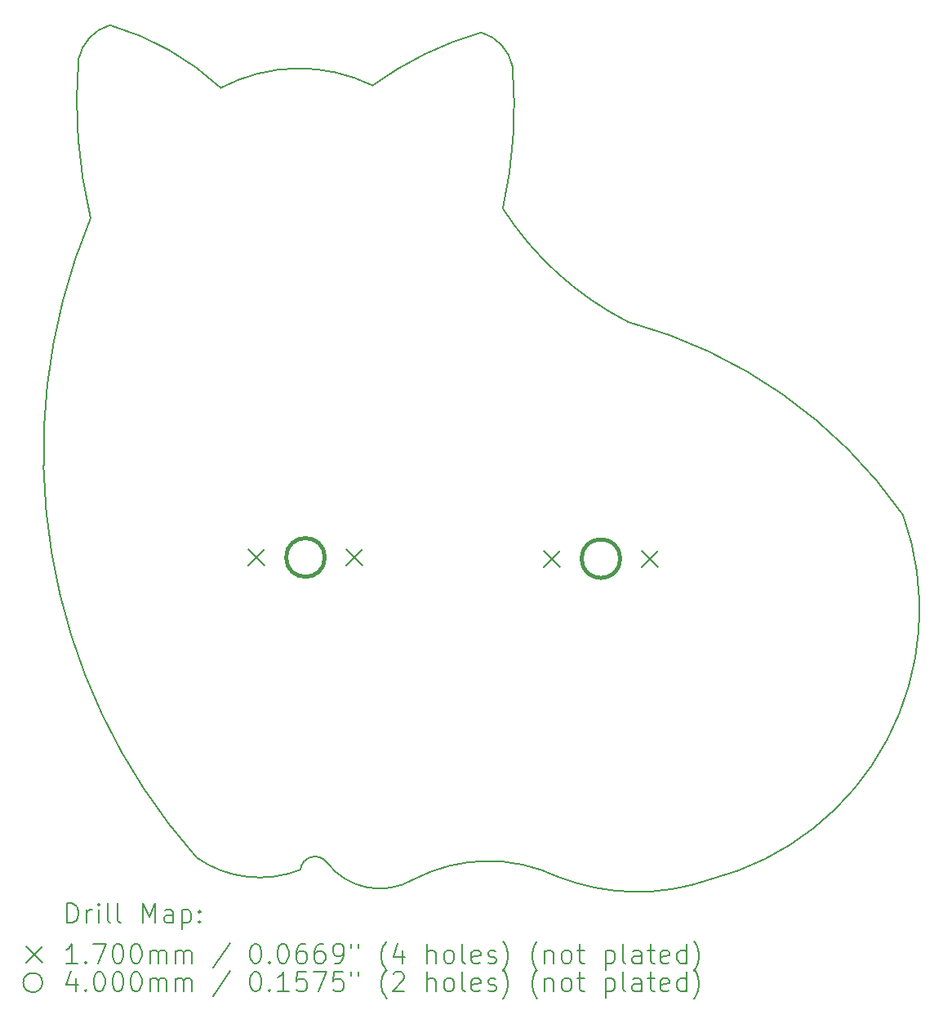
<source format=gbr>
%TF.GenerationSoftware,KiCad,Pcbnew,(6.0.9)*%
%TF.CreationDate,2022-12-22T23:35:37-05:00*%
%TF.ProjectId,Multipurpose_4Layer_Project,4d756c74-6970-4757-9270-6f73655f344c,rev?*%
%TF.SameCoordinates,Original*%
%TF.FileFunction,Drillmap*%
%TF.FilePolarity,Positive*%
%FSLAX45Y45*%
G04 Gerber Fmt 4.5, Leading zero omitted, Abs format (unit mm)*
G04 Created by KiCad (PCBNEW (6.0.9)) date 2022-12-22 23:35:37*
%MOMM*%
%LPD*%
G01*
G04 APERTURE LIST*
%ADD10C,0.200000*%
%ADD11C,0.170000*%
%ADD12C,0.400000*%
G04 APERTURE END LIST*
D10*
X13207998Y-13708002D02*
G75*
G03*
X14108000Y-13883000I548982J421552D01*
G01*
X19183000Y-10108000D02*
G75*
G03*
X16333000Y-8108000I-4178025J-2923060D01*
G01*
X10632999Y-5383000D02*
G75*
G03*
X10758000Y-7033000I5169021J-438140D01*
G01*
X15608001Y-13857998D02*
G75*
G03*
X14108000Y-13883000I-725101J-1506372D01*
G01*
X14808000Y-5107999D02*
G75*
G03*
X13683000Y-5658000I1008190J-3487771D01*
G01*
X13683000Y-5658000D02*
G75*
G03*
X12108000Y-5683000I-762996J-1556245D01*
G01*
X15033000Y-6933000D02*
G75*
G03*
X15133000Y-5458000I-4756430J1063360D01*
G01*
X12107999Y-5683001D02*
G75*
G03*
X10958000Y-5033000I-1944139J-2097319D01*
G01*
X10958000Y-5033001D02*
G75*
G03*
X10633000Y-5383000I129690J-446320D01*
G01*
X15033001Y-6932999D02*
G75*
G03*
X16333000Y-8108000I2823789J1817539D01*
G01*
X13208004Y-13707997D02*
G75*
G03*
X12933000Y-13783000I-122804J-91393D01*
G01*
X15608001Y-13857997D02*
G75*
G03*
X17183000Y-13883000I821249J2113508D01*
G01*
X15133000Y-5458000D02*
G75*
G03*
X14808000Y-5108000I-454691J-96320D01*
G01*
X11858000Y-13657999D02*
G75*
G03*
X12933000Y-13783000I653680J936639D01*
G01*
X10758000Y-7033000D02*
G75*
G03*
X11858000Y-13658000I5826599J-2436385D01*
G01*
X17183000Y-13883000D02*
G75*
G03*
X19183000Y-10108000I-716536J2796923D01*
G01*
D11*
X12393000Y-10463000D02*
X12563000Y-10633000D01*
X12563000Y-10463000D02*
X12393000Y-10633000D01*
X13409000Y-10463000D02*
X13579000Y-10633000D01*
X13579000Y-10463000D02*
X13409000Y-10633000D01*
X15457000Y-10475000D02*
X15627000Y-10645000D01*
X15627000Y-10475000D02*
X15457000Y-10645000D01*
X16473000Y-10475000D02*
X16643000Y-10645000D01*
X16643000Y-10475000D02*
X16473000Y-10645000D01*
D12*
X13186000Y-10548000D02*
G75*
G03*
X13186000Y-10548000I-200000J0D01*
G01*
X16250000Y-10560000D02*
G75*
G03*
X16250000Y-10560000I-200000J0D01*
G01*
D10*
X10516742Y-14332424D02*
X10516742Y-14132424D01*
X10564361Y-14132424D01*
X10592933Y-14141948D01*
X10611980Y-14160995D01*
X10621504Y-14180043D01*
X10631028Y-14218138D01*
X10631028Y-14246709D01*
X10621504Y-14284805D01*
X10611980Y-14303852D01*
X10592933Y-14322900D01*
X10564361Y-14332424D01*
X10516742Y-14332424D01*
X10716742Y-14332424D02*
X10716742Y-14199090D01*
X10716742Y-14237186D02*
X10726266Y-14218138D01*
X10735790Y-14208614D01*
X10754838Y-14199090D01*
X10773885Y-14199090D01*
X10840552Y-14332424D02*
X10840552Y-14199090D01*
X10840552Y-14132424D02*
X10831028Y-14141948D01*
X10840552Y-14151471D01*
X10850076Y-14141948D01*
X10840552Y-14132424D01*
X10840552Y-14151471D01*
X10964361Y-14332424D02*
X10945314Y-14322900D01*
X10935790Y-14303852D01*
X10935790Y-14132424D01*
X11069123Y-14332424D02*
X11050076Y-14322900D01*
X11040552Y-14303852D01*
X11040552Y-14132424D01*
X11297695Y-14332424D02*
X11297695Y-14132424D01*
X11364361Y-14275281D01*
X11431028Y-14132424D01*
X11431028Y-14332424D01*
X11611980Y-14332424D02*
X11611980Y-14227662D01*
X11602457Y-14208614D01*
X11583409Y-14199090D01*
X11545314Y-14199090D01*
X11526266Y-14208614D01*
X11611980Y-14322900D02*
X11592933Y-14332424D01*
X11545314Y-14332424D01*
X11526266Y-14322900D01*
X11516742Y-14303852D01*
X11516742Y-14284805D01*
X11526266Y-14265757D01*
X11545314Y-14256233D01*
X11592933Y-14256233D01*
X11611980Y-14246709D01*
X11707218Y-14199090D02*
X11707218Y-14399090D01*
X11707218Y-14208614D02*
X11726266Y-14199090D01*
X11764361Y-14199090D01*
X11783409Y-14208614D01*
X11792933Y-14218138D01*
X11802457Y-14237186D01*
X11802457Y-14294328D01*
X11792933Y-14313376D01*
X11783409Y-14322900D01*
X11764361Y-14332424D01*
X11726266Y-14332424D01*
X11707218Y-14322900D01*
X11888171Y-14313376D02*
X11897695Y-14322900D01*
X11888171Y-14332424D01*
X11878647Y-14322900D01*
X11888171Y-14313376D01*
X11888171Y-14332424D01*
X11888171Y-14208614D02*
X11897695Y-14218138D01*
X11888171Y-14227662D01*
X11878647Y-14218138D01*
X11888171Y-14208614D01*
X11888171Y-14227662D01*
D11*
X10089123Y-14576948D02*
X10259123Y-14746948D01*
X10259123Y-14576948D02*
X10089123Y-14746948D01*
D10*
X10621504Y-14752424D02*
X10507219Y-14752424D01*
X10564361Y-14752424D02*
X10564361Y-14552424D01*
X10545314Y-14580995D01*
X10526266Y-14600043D01*
X10507219Y-14609567D01*
X10707219Y-14733376D02*
X10716742Y-14742900D01*
X10707219Y-14752424D01*
X10697695Y-14742900D01*
X10707219Y-14733376D01*
X10707219Y-14752424D01*
X10783409Y-14552424D02*
X10916742Y-14552424D01*
X10831028Y-14752424D01*
X11031028Y-14552424D02*
X11050076Y-14552424D01*
X11069123Y-14561948D01*
X11078647Y-14571471D01*
X11088171Y-14590519D01*
X11097695Y-14628614D01*
X11097695Y-14676233D01*
X11088171Y-14714328D01*
X11078647Y-14733376D01*
X11069123Y-14742900D01*
X11050076Y-14752424D01*
X11031028Y-14752424D01*
X11011980Y-14742900D01*
X11002457Y-14733376D01*
X10992933Y-14714328D01*
X10983409Y-14676233D01*
X10983409Y-14628614D01*
X10992933Y-14590519D01*
X11002457Y-14571471D01*
X11011980Y-14561948D01*
X11031028Y-14552424D01*
X11221504Y-14552424D02*
X11240552Y-14552424D01*
X11259599Y-14561948D01*
X11269123Y-14571471D01*
X11278647Y-14590519D01*
X11288171Y-14628614D01*
X11288171Y-14676233D01*
X11278647Y-14714328D01*
X11269123Y-14733376D01*
X11259599Y-14742900D01*
X11240552Y-14752424D01*
X11221504Y-14752424D01*
X11202457Y-14742900D01*
X11192933Y-14733376D01*
X11183409Y-14714328D01*
X11173885Y-14676233D01*
X11173885Y-14628614D01*
X11183409Y-14590519D01*
X11192933Y-14571471D01*
X11202457Y-14561948D01*
X11221504Y-14552424D01*
X11373885Y-14752424D02*
X11373885Y-14619090D01*
X11373885Y-14638138D02*
X11383409Y-14628614D01*
X11402457Y-14619090D01*
X11431028Y-14619090D01*
X11450076Y-14628614D01*
X11459599Y-14647662D01*
X11459599Y-14752424D01*
X11459599Y-14647662D02*
X11469123Y-14628614D01*
X11488171Y-14619090D01*
X11516742Y-14619090D01*
X11535790Y-14628614D01*
X11545314Y-14647662D01*
X11545314Y-14752424D01*
X11640552Y-14752424D02*
X11640552Y-14619090D01*
X11640552Y-14638138D02*
X11650076Y-14628614D01*
X11669123Y-14619090D01*
X11697695Y-14619090D01*
X11716742Y-14628614D01*
X11726266Y-14647662D01*
X11726266Y-14752424D01*
X11726266Y-14647662D02*
X11735790Y-14628614D01*
X11754837Y-14619090D01*
X11783409Y-14619090D01*
X11802457Y-14628614D01*
X11811980Y-14647662D01*
X11811980Y-14752424D01*
X12202457Y-14542900D02*
X12031028Y-14800043D01*
X12459599Y-14552424D02*
X12478647Y-14552424D01*
X12497695Y-14561948D01*
X12507218Y-14571471D01*
X12516742Y-14590519D01*
X12526266Y-14628614D01*
X12526266Y-14676233D01*
X12516742Y-14714328D01*
X12507218Y-14733376D01*
X12497695Y-14742900D01*
X12478647Y-14752424D01*
X12459599Y-14752424D01*
X12440552Y-14742900D01*
X12431028Y-14733376D01*
X12421504Y-14714328D01*
X12411980Y-14676233D01*
X12411980Y-14628614D01*
X12421504Y-14590519D01*
X12431028Y-14571471D01*
X12440552Y-14561948D01*
X12459599Y-14552424D01*
X12611980Y-14733376D02*
X12621504Y-14742900D01*
X12611980Y-14752424D01*
X12602457Y-14742900D01*
X12611980Y-14733376D01*
X12611980Y-14752424D01*
X12745314Y-14552424D02*
X12764361Y-14552424D01*
X12783409Y-14561948D01*
X12792933Y-14571471D01*
X12802457Y-14590519D01*
X12811980Y-14628614D01*
X12811980Y-14676233D01*
X12802457Y-14714328D01*
X12792933Y-14733376D01*
X12783409Y-14742900D01*
X12764361Y-14752424D01*
X12745314Y-14752424D01*
X12726266Y-14742900D01*
X12716742Y-14733376D01*
X12707218Y-14714328D01*
X12697695Y-14676233D01*
X12697695Y-14628614D01*
X12707218Y-14590519D01*
X12716742Y-14571471D01*
X12726266Y-14561948D01*
X12745314Y-14552424D01*
X12983409Y-14552424D02*
X12945314Y-14552424D01*
X12926266Y-14561948D01*
X12916742Y-14571471D01*
X12897695Y-14600043D01*
X12888171Y-14638138D01*
X12888171Y-14714328D01*
X12897695Y-14733376D01*
X12907218Y-14742900D01*
X12926266Y-14752424D01*
X12964361Y-14752424D01*
X12983409Y-14742900D01*
X12992933Y-14733376D01*
X13002457Y-14714328D01*
X13002457Y-14666709D01*
X12992933Y-14647662D01*
X12983409Y-14638138D01*
X12964361Y-14628614D01*
X12926266Y-14628614D01*
X12907218Y-14638138D01*
X12897695Y-14647662D01*
X12888171Y-14666709D01*
X13173885Y-14552424D02*
X13135790Y-14552424D01*
X13116742Y-14561948D01*
X13107218Y-14571471D01*
X13088171Y-14600043D01*
X13078647Y-14638138D01*
X13078647Y-14714328D01*
X13088171Y-14733376D01*
X13097695Y-14742900D01*
X13116742Y-14752424D01*
X13154837Y-14752424D01*
X13173885Y-14742900D01*
X13183409Y-14733376D01*
X13192933Y-14714328D01*
X13192933Y-14666709D01*
X13183409Y-14647662D01*
X13173885Y-14638138D01*
X13154837Y-14628614D01*
X13116742Y-14628614D01*
X13097695Y-14638138D01*
X13088171Y-14647662D01*
X13078647Y-14666709D01*
X13288171Y-14752424D02*
X13326266Y-14752424D01*
X13345314Y-14742900D01*
X13354837Y-14733376D01*
X13373885Y-14704805D01*
X13383409Y-14666709D01*
X13383409Y-14590519D01*
X13373885Y-14571471D01*
X13364361Y-14561948D01*
X13345314Y-14552424D01*
X13307218Y-14552424D01*
X13288171Y-14561948D01*
X13278647Y-14571471D01*
X13269123Y-14590519D01*
X13269123Y-14638138D01*
X13278647Y-14657186D01*
X13288171Y-14666709D01*
X13307218Y-14676233D01*
X13345314Y-14676233D01*
X13364361Y-14666709D01*
X13373885Y-14657186D01*
X13383409Y-14638138D01*
X13459599Y-14552424D02*
X13459599Y-14590519D01*
X13535790Y-14552424D02*
X13535790Y-14590519D01*
X13831028Y-14828614D02*
X13821504Y-14819090D01*
X13802457Y-14790519D01*
X13792933Y-14771471D01*
X13783409Y-14742900D01*
X13773885Y-14695281D01*
X13773885Y-14657186D01*
X13783409Y-14609567D01*
X13792933Y-14580995D01*
X13802457Y-14561948D01*
X13821504Y-14533376D01*
X13831028Y-14523852D01*
X13992933Y-14619090D02*
X13992933Y-14752424D01*
X13945314Y-14542900D02*
X13897695Y-14685757D01*
X14021504Y-14685757D01*
X14250076Y-14752424D02*
X14250076Y-14552424D01*
X14335790Y-14752424D02*
X14335790Y-14647662D01*
X14326266Y-14628614D01*
X14307218Y-14619090D01*
X14278647Y-14619090D01*
X14259599Y-14628614D01*
X14250076Y-14638138D01*
X14459599Y-14752424D02*
X14440552Y-14742900D01*
X14431028Y-14733376D01*
X14421504Y-14714328D01*
X14421504Y-14657186D01*
X14431028Y-14638138D01*
X14440552Y-14628614D01*
X14459599Y-14619090D01*
X14488171Y-14619090D01*
X14507218Y-14628614D01*
X14516742Y-14638138D01*
X14526266Y-14657186D01*
X14526266Y-14714328D01*
X14516742Y-14733376D01*
X14507218Y-14742900D01*
X14488171Y-14752424D01*
X14459599Y-14752424D01*
X14640552Y-14752424D02*
X14621504Y-14742900D01*
X14611980Y-14723852D01*
X14611980Y-14552424D01*
X14792933Y-14742900D02*
X14773885Y-14752424D01*
X14735790Y-14752424D01*
X14716742Y-14742900D01*
X14707218Y-14723852D01*
X14707218Y-14647662D01*
X14716742Y-14628614D01*
X14735790Y-14619090D01*
X14773885Y-14619090D01*
X14792933Y-14628614D01*
X14802457Y-14647662D01*
X14802457Y-14666709D01*
X14707218Y-14685757D01*
X14878647Y-14742900D02*
X14897695Y-14752424D01*
X14935790Y-14752424D01*
X14954837Y-14742900D01*
X14964361Y-14723852D01*
X14964361Y-14714328D01*
X14954837Y-14695281D01*
X14935790Y-14685757D01*
X14907218Y-14685757D01*
X14888171Y-14676233D01*
X14878647Y-14657186D01*
X14878647Y-14647662D01*
X14888171Y-14628614D01*
X14907218Y-14619090D01*
X14935790Y-14619090D01*
X14954837Y-14628614D01*
X15031028Y-14828614D02*
X15040552Y-14819090D01*
X15059599Y-14790519D01*
X15069123Y-14771471D01*
X15078647Y-14742900D01*
X15088171Y-14695281D01*
X15088171Y-14657186D01*
X15078647Y-14609567D01*
X15069123Y-14580995D01*
X15059599Y-14561948D01*
X15040552Y-14533376D01*
X15031028Y-14523852D01*
X15392933Y-14828614D02*
X15383409Y-14819090D01*
X15364361Y-14790519D01*
X15354837Y-14771471D01*
X15345314Y-14742900D01*
X15335790Y-14695281D01*
X15335790Y-14657186D01*
X15345314Y-14609567D01*
X15354837Y-14580995D01*
X15364361Y-14561948D01*
X15383409Y-14533376D01*
X15392933Y-14523852D01*
X15469123Y-14619090D02*
X15469123Y-14752424D01*
X15469123Y-14638138D02*
X15478647Y-14628614D01*
X15497695Y-14619090D01*
X15526266Y-14619090D01*
X15545314Y-14628614D01*
X15554837Y-14647662D01*
X15554837Y-14752424D01*
X15678647Y-14752424D02*
X15659599Y-14742900D01*
X15650076Y-14733376D01*
X15640552Y-14714328D01*
X15640552Y-14657186D01*
X15650076Y-14638138D01*
X15659599Y-14628614D01*
X15678647Y-14619090D01*
X15707218Y-14619090D01*
X15726266Y-14628614D01*
X15735790Y-14638138D01*
X15745314Y-14657186D01*
X15745314Y-14714328D01*
X15735790Y-14733376D01*
X15726266Y-14742900D01*
X15707218Y-14752424D01*
X15678647Y-14752424D01*
X15802457Y-14619090D02*
X15878647Y-14619090D01*
X15831028Y-14552424D02*
X15831028Y-14723852D01*
X15840552Y-14742900D01*
X15859599Y-14752424D01*
X15878647Y-14752424D01*
X16097695Y-14619090D02*
X16097695Y-14819090D01*
X16097695Y-14628614D02*
X16116742Y-14619090D01*
X16154837Y-14619090D01*
X16173885Y-14628614D01*
X16183409Y-14638138D01*
X16192933Y-14657186D01*
X16192933Y-14714328D01*
X16183409Y-14733376D01*
X16173885Y-14742900D01*
X16154837Y-14752424D01*
X16116742Y-14752424D01*
X16097695Y-14742900D01*
X16307218Y-14752424D02*
X16288171Y-14742900D01*
X16278647Y-14723852D01*
X16278647Y-14552424D01*
X16469123Y-14752424D02*
X16469123Y-14647662D01*
X16459599Y-14628614D01*
X16440552Y-14619090D01*
X16402457Y-14619090D01*
X16383409Y-14628614D01*
X16469123Y-14742900D02*
X16450076Y-14752424D01*
X16402457Y-14752424D01*
X16383409Y-14742900D01*
X16373885Y-14723852D01*
X16373885Y-14704805D01*
X16383409Y-14685757D01*
X16402457Y-14676233D01*
X16450076Y-14676233D01*
X16469123Y-14666709D01*
X16535790Y-14619090D02*
X16611980Y-14619090D01*
X16564361Y-14552424D02*
X16564361Y-14723852D01*
X16573885Y-14742900D01*
X16592933Y-14752424D01*
X16611980Y-14752424D01*
X16754837Y-14742900D02*
X16735790Y-14752424D01*
X16697695Y-14752424D01*
X16678647Y-14742900D01*
X16669123Y-14723852D01*
X16669123Y-14647662D01*
X16678647Y-14628614D01*
X16697695Y-14619090D01*
X16735790Y-14619090D01*
X16754837Y-14628614D01*
X16764361Y-14647662D01*
X16764361Y-14666709D01*
X16669123Y-14685757D01*
X16935790Y-14752424D02*
X16935790Y-14552424D01*
X16935790Y-14742900D02*
X16916742Y-14752424D01*
X16878647Y-14752424D01*
X16859599Y-14742900D01*
X16850076Y-14733376D01*
X16840552Y-14714328D01*
X16840552Y-14657186D01*
X16850076Y-14638138D01*
X16859599Y-14628614D01*
X16878647Y-14619090D01*
X16916742Y-14619090D01*
X16935790Y-14628614D01*
X17011980Y-14828614D02*
X17021504Y-14819090D01*
X17040552Y-14790519D01*
X17050076Y-14771471D01*
X17059599Y-14742900D01*
X17069123Y-14695281D01*
X17069123Y-14657186D01*
X17059599Y-14609567D01*
X17050076Y-14580995D01*
X17040552Y-14561948D01*
X17021504Y-14533376D01*
X17011980Y-14523852D01*
X10259123Y-14951948D02*
G75*
G03*
X10259123Y-14951948I-100000J0D01*
G01*
X10602457Y-14909090D02*
X10602457Y-15042424D01*
X10554838Y-14832900D02*
X10507219Y-14975757D01*
X10631028Y-14975757D01*
X10707219Y-15023376D02*
X10716742Y-15032900D01*
X10707219Y-15042424D01*
X10697695Y-15032900D01*
X10707219Y-15023376D01*
X10707219Y-15042424D01*
X10840552Y-14842424D02*
X10859599Y-14842424D01*
X10878647Y-14851948D01*
X10888171Y-14861471D01*
X10897695Y-14880519D01*
X10907219Y-14918614D01*
X10907219Y-14966233D01*
X10897695Y-15004328D01*
X10888171Y-15023376D01*
X10878647Y-15032900D01*
X10859599Y-15042424D01*
X10840552Y-15042424D01*
X10821504Y-15032900D01*
X10811980Y-15023376D01*
X10802457Y-15004328D01*
X10792933Y-14966233D01*
X10792933Y-14918614D01*
X10802457Y-14880519D01*
X10811980Y-14861471D01*
X10821504Y-14851948D01*
X10840552Y-14842424D01*
X11031028Y-14842424D02*
X11050076Y-14842424D01*
X11069123Y-14851948D01*
X11078647Y-14861471D01*
X11088171Y-14880519D01*
X11097695Y-14918614D01*
X11097695Y-14966233D01*
X11088171Y-15004328D01*
X11078647Y-15023376D01*
X11069123Y-15032900D01*
X11050076Y-15042424D01*
X11031028Y-15042424D01*
X11011980Y-15032900D01*
X11002457Y-15023376D01*
X10992933Y-15004328D01*
X10983409Y-14966233D01*
X10983409Y-14918614D01*
X10992933Y-14880519D01*
X11002457Y-14861471D01*
X11011980Y-14851948D01*
X11031028Y-14842424D01*
X11221504Y-14842424D02*
X11240552Y-14842424D01*
X11259599Y-14851948D01*
X11269123Y-14861471D01*
X11278647Y-14880519D01*
X11288171Y-14918614D01*
X11288171Y-14966233D01*
X11278647Y-15004328D01*
X11269123Y-15023376D01*
X11259599Y-15032900D01*
X11240552Y-15042424D01*
X11221504Y-15042424D01*
X11202457Y-15032900D01*
X11192933Y-15023376D01*
X11183409Y-15004328D01*
X11173885Y-14966233D01*
X11173885Y-14918614D01*
X11183409Y-14880519D01*
X11192933Y-14861471D01*
X11202457Y-14851948D01*
X11221504Y-14842424D01*
X11373885Y-15042424D02*
X11373885Y-14909090D01*
X11373885Y-14928138D02*
X11383409Y-14918614D01*
X11402457Y-14909090D01*
X11431028Y-14909090D01*
X11450076Y-14918614D01*
X11459599Y-14937662D01*
X11459599Y-15042424D01*
X11459599Y-14937662D02*
X11469123Y-14918614D01*
X11488171Y-14909090D01*
X11516742Y-14909090D01*
X11535790Y-14918614D01*
X11545314Y-14937662D01*
X11545314Y-15042424D01*
X11640552Y-15042424D02*
X11640552Y-14909090D01*
X11640552Y-14928138D02*
X11650076Y-14918614D01*
X11669123Y-14909090D01*
X11697695Y-14909090D01*
X11716742Y-14918614D01*
X11726266Y-14937662D01*
X11726266Y-15042424D01*
X11726266Y-14937662D02*
X11735790Y-14918614D01*
X11754837Y-14909090D01*
X11783409Y-14909090D01*
X11802457Y-14918614D01*
X11811980Y-14937662D01*
X11811980Y-15042424D01*
X12202457Y-14832900D02*
X12031028Y-15090043D01*
X12459599Y-14842424D02*
X12478647Y-14842424D01*
X12497695Y-14851948D01*
X12507218Y-14861471D01*
X12516742Y-14880519D01*
X12526266Y-14918614D01*
X12526266Y-14966233D01*
X12516742Y-15004328D01*
X12507218Y-15023376D01*
X12497695Y-15032900D01*
X12478647Y-15042424D01*
X12459599Y-15042424D01*
X12440552Y-15032900D01*
X12431028Y-15023376D01*
X12421504Y-15004328D01*
X12411980Y-14966233D01*
X12411980Y-14918614D01*
X12421504Y-14880519D01*
X12431028Y-14861471D01*
X12440552Y-14851948D01*
X12459599Y-14842424D01*
X12611980Y-15023376D02*
X12621504Y-15032900D01*
X12611980Y-15042424D01*
X12602457Y-15032900D01*
X12611980Y-15023376D01*
X12611980Y-15042424D01*
X12811980Y-15042424D02*
X12697695Y-15042424D01*
X12754837Y-15042424D02*
X12754837Y-14842424D01*
X12735790Y-14870995D01*
X12716742Y-14890043D01*
X12697695Y-14899567D01*
X12992933Y-14842424D02*
X12897695Y-14842424D01*
X12888171Y-14937662D01*
X12897695Y-14928138D01*
X12916742Y-14918614D01*
X12964361Y-14918614D01*
X12983409Y-14928138D01*
X12992933Y-14937662D01*
X13002457Y-14956709D01*
X13002457Y-15004328D01*
X12992933Y-15023376D01*
X12983409Y-15032900D01*
X12964361Y-15042424D01*
X12916742Y-15042424D01*
X12897695Y-15032900D01*
X12888171Y-15023376D01*
X13069123Y-14842424D02*
X13202457Y-14842424D01*
X13116742Y-15042424D01*
X13373885Y-14842424D02*
X13278647Y-14842424D01*
X13269123Y-14937662D01*
X13278647Y-14928138D01*
X13297695Y-14918614D01*
X13345314Y-14918614D01*
X13364361Y-14928138D01*
X13373885Y-14937662D01*
X13383409Y-14956709D01*
X13383409Y-15004328D01*
X13373885Y-15023376D01*
X13364361Y-15032900D01*
X13345314Y-15042424D01*
X13297695Y-15042424D01*
X13278647Y-15032900D01*
X13269123Y-15023376D01*
X13459599Y-14842424D02*
X13459599Y-14880519D01*
X13535790Y-14842424D02*
X13535790Y-14880519D01*
X13831028Y-15118614D02*
X13821504Y-15109090D01*
X13802457Y-15080519D01*
X13792933Y-15061471D01*
X13783409Y-15032900D01*
X13773885Y-14985281D01*
X13773885Y-14947186D01*
X13783409Y-14899567D01*
X13792933Y-14870995D01*
X13802457Y-14851948D01*
X13821504Y-14823376D01*
X13831028Y-14813852D01*
X13897695Y-14861471D02*
X13907218Y-14851948D01*
X13926266Y-14842424D01*
X13973885Y-14842424D01*
X13992933Y-14851948D01*
X14002457Y-14861471D01*
X14011980Y-14880519D01*
X14011980Y-14899567D01*
X14002457Y-14928138D01*
X13888171Y-15042424D01*
X14011980Y-15042424D01*
X14250076Y-15042424D02*
X14250076Y-14842424D01*
X14335790Y-15042424D02*
X14335790Y-14937662D01*
X14326266Y-14918614D01*
X14307218Y-14909090D01*
X14278647Y-14909090D01*
X14259599Y-14918614D01*
X14250076Y-14928138D01*
X14459599Y-15042424D02*
X14440552Y-15032900D01*
X14431028Y-15023376D01*
X14421504Y-15004328D01*
X14421504Y-14947186D01*
X14431028Y-14928138D01*
X14440552Y-14918614D01*
X14459599Y-14909090D01*
X14488171Y-14909090D01*
X14507218Y-14918614D01*
X14516742Y-14928138D01*
X14526266Y-14947186D01*
X14526266Y-15004328D01*
X14516742Y-15023376D01*
X14507218Y-15032900D01*
X14488171Y-15042424D01*
X14459599Y-15042424D01*
X14640552Y-15042424D02*
X14621504Y-15032900D01*
X14611980Y-15013852D01*
X14611980Y-14842424D01*
X14792933Y-15032900D02*
X14773885Y-15042424D01*
X14735790Y-15042424D01*
X14716742Y-15032900D01*
X14707218Y-15013852D01*
X14707218Y-14937662D01*
X14716742Y-14918614D01*
X14735790Y-14909090D01*
X14773885Y-14909090D01*
X14792933Y-14918614D01*
X14802457Y-14937662D01*
X14802457Y-14956709D01*
X14707218Y-14975757D01*
X14878647Y-15032900D02*
X14897695Y-15042424D01*
X14935790Y-15042424D01*
X14954837Y-15032900D01*
X14964361Y-15013852D01*
X14964361Y-15004328D01*
X14954837Y-14985281D01*
X14935790Y-14975757D01*
X14907218Y-14975757D01*
X14888171Y-14966233D01*
X14878647Y-14947186D01*
X14878647Y-14937662D01*
X14888171Y-14918614D01*
X14907218Y-14909090D01*
X14935790Y-14909090D01*
X14954837Y-14918614D01*
X15031028Y-15118614D02*
X15040552Y-15109090D01*
X15059599Y-15080519D01*
X15069123Y-15061471D01*
X15078647Y-15032900D01*
X15088171Y-14985281D01*
X15088171Y-14947186D01*
X15078647Y-14899567D01*
X15069123Y-14870995D01*
X15059599Y-14851948D01*
X15040552Y-14823376D01*
X15031028Y-14813852D01*
X15392933Y-15118614D02*
X15383409Y-15109090D01*
X15364361Y-15080519D01*
X15354837Y-15061471D01*
X15345314Y-15032900D01*
X15335790Y-14985281D01*
X15335790Y-14947186D01*
X15345314Y-14899567D01*
X15354837Y-14870995D01*
X15364361Y-14851948D01*
X15383409Y-14823376D01*
X15392933Y-14813852D01*
X15469123Y-14909090D02*
X15469123Y-15042424D01*
X15469123Y-14928138D02*
X15478647Y-14918614D01*
X15497695Y-14909090D01*
X15526266Y-14909090D01*
X15545314Y-14918614D01*
X15554837Y-14937662D01*
X15554837Y-15042424D01*
X15678647Y-15042424D02*
X15659599Y-15032900D01*
X15650076Y-15023376D01*
X15640552Y-15004328D01*
X15640552Y-14947186D01*
X15650076Y-14928138D01*
X15659599Y-14918614D01*
X15678647Y-14909090D01*
X15707218Y-14909090D01*
X15726266Y-14918614D01*
X15735790Y-14928138D01*
X15745314Y-14947186D01*
X15745314Y-15004328D01*
X15735790Y-15023376D01*
X15726266Y-15032900D01*
X15707218Y-15042424D01*
X15678647Y-15042424D01*
X15802457Y-14909090D02*
X15878647Y-14909090D01*
X15831028Y-14842424D02*
X15831028Y-15013852D01*
X15840552Y-15032900D01*
X15859599Y-15042424D01*
X15878647Y-15042424D01*
X16097695Y-14909090D02*
X16097695Y-15109090D01*
X16097695Y-14918614D02*
X16116742Y-14909090D01*
X16154837Y-14909090D01*
X16173885Y-14918614D01*
X16183409Y-14928138D01*
X16192933Y-14947186D01*
X16192933Y-15004328D01*
X16183409Y-15023376D01*
X16173885Y-15032900D01*
X16154837Y-15042424D01*
X16116742Y-15042424D01*
X16097695Y-15032900D01*
X16307218Y-15042424D02*
X16288171Y-15032900D01*
X16278647Y-15013852D01*
X16278647Y-14842424D01*
X16469123Y-15042424D02*
X16469123Y-14937662D01*
X16459599Y-14918614D01*
X16440552Y-14909090D01*
X16402457Y-14909090D01*
X16383409Y-14918614D01*
X16469123Y-15032900D02*
X16450076Y-15042424D01*
X16402457Y-15042424D01*
X16383409Y-15032900D01*
X16373885Y-15013852D01*
X16373885Y-14994805D01*
X16383409Y-14975757D01*
X16402457Y-14966233D01*
X16450076Y-14966233D01*
X16469123Y-14956709D01*
X16535790Y-14909090D02*
X16611980Y-14909090D01*
X16564361Y-14842424D02*
X16564361Y-15013852D01*
X16573885Y-15032900D01*
X16592933Y-15042424D01*
X16611980Y-15042424D01*
X16754837Y-15032900D02*
X16735790Y-15042424D01*
X16697695Y-15042424D01*
X16678647Y-15032900D01*
X16669123Y-15013852D01*
X16669123Y-14937662D01*
X16678647Y-14918614D01*
X16697695Y-14909090D01*
X16735790Y-14909090D01*
X16754837Y-14918614D01*
X16764361Y-14937662D01*
X16764361Y-14956709D01*
X16669123Y-14975757D01*
X16935790Y-15042424D02*
X16935790Y-14842424D01*
X16935790Y-15032900D02*
X16916742Y-15042424D01*
X16878647Y-15042424D01*
X16859599Y-15032900D01*
X16850076Y-15023376D01*
X16840552Y-15004328D01*
X16840552Y-14947186D01*
X16850076Y-14928138D01*
X16859599Y-14918614D01*
X16878647Y-14909090D01*
X16916742Y-14909090D01*
X16935790Y-14918614D01*
X17011980Y-15118614D02*
X17021504Y-15109090D01*
X17040552Y-15080519D01*
X17050076Y-15061471D01*
X17059599Y-15032900D01*
X17069123Y-14985281D01*
X17069123Y-14947186D01*
X17059599Y-14899567D01*
X17050076Y-14870995D01*
X17040552Y-14851948D01*
X17021504Y-14823376D01*
X17011980Y-14813852D01*
M02*

</source>
